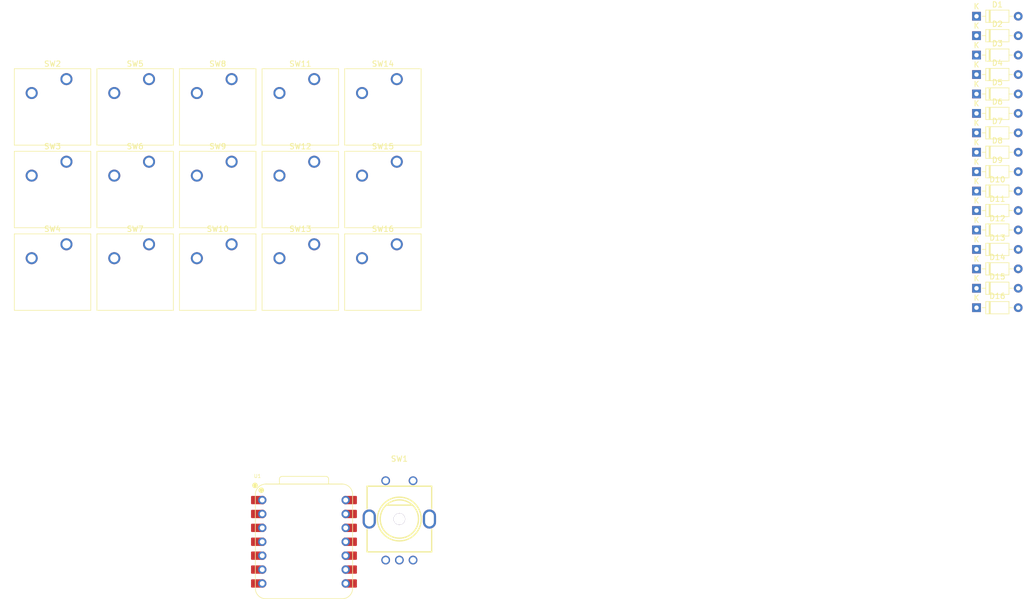
<source format=kicad_pcb>
(kicad_pcb (version 20240108) (generator "pcbnew") (generator_version "8.0")
  (layers (0 "F.Cu" signal) (31 "B.Cu" signal) (34 "B.Paste" user) (35 "F.Paste" user) (36 "B.SilkS" user "B.Silkscreen") (37 "F.SilkS" user "F.Silkscreen") (38 "B.Mask" user) (39 "F.Mask" user) (44 "Edge.Cuts" user))
  (net 0 "")
  (net 1 "Net-(D1-A)")
  (net 2 "GND")
  (net 3 "R1")
  (net 4 "Net-(D2-A)")
  (net 5 "Net-(D3-A)")
  (net 6 "Net-(D4-A)")
  (net 7 "Net-(D5-A)")
  (net 8 "R2")
  (net 9 "Net-(D6-A)")
  (net 10 "Net-(D7-A)")
  (net 11 "+3.3V")
  (net 12 "+5V")
  (net 13 "Net-(D8-A)")
  (net 14 "Net-(D9-A)")
  (net 15 "R3")
  (net 16 "Net-(D10-A)")
  (net 17 "Net-(D11-A)")
  (net 18 "Net-(D12-A)")
  (net 19 "R4")
  (net 20 "Net-(D13-A)")
  (net 21 "Net-(D14-A)")
  (net 22 "Net-(D15-A)")
  (net 23 "Net-(D16-A)")
  (net 24 "A")
  (net 25 "B")
  (net 26 "C2")
  (net 27 "C3")
  (net 28 "C4")
  (net 29 "C1")
  (footprint "Diode_THT:D_DO-35_SOD27_P7.62mm_Horizontal" (layer "F.Cu") (at 198.88 36.3)
    (property "Reference" "D2" (at 3.81 -2.12 0) (layer "F.SilkS"))
    (property "Value" "1N4148")
    (fp_line (start 1.04 0) (end 1.69 0) (stroke (width 0.12)) (layer "F.SilkS"))
    (fp_line (start 1.69 -1.12) (end 1.69 1.12) (stroke (width 0.12)) (layer "F.SilkS"))
    (fp_line (start 1.69 1.12) (end 5.93 1.12) (stroke (width 0.12)) (layer "F.SilkS"))
    (fp_line (start 2.29 -1.12) (end 2.29 1.12) (stroke (width 0.12)) (layer "F.SilkS"))
    (fp_line (start 2.41 -1.12) (end 2.41 1.12) (stroke (width 0.12)) (layer "F.SilkS"))
    (fp_line (start 2.53 -1.12) (end 2.53 1.12) (stroke (width 0.12)) (layer "F.SilkS"))
    (fp_line (start 5.93 -1.12) (end 1.69 -1.12) (stroke (width 0.12)) (layer "F.SilkS"))
    (fp_line (start 5.93 1.12) (end 5.93 -1.12) (stroke (width 0.12)) (layer "F.SilkS"))
    (fp_line (start 6.58 0) (end 5.93 0) (stroke (width 0.12)) (layer "F.SilkS"))
    (fp_text user "K" (at 0 -1.8 0) (layer "F.SilkS"))
    (pad "1" thru_hole rect (at 0 0) (size 1.6 1.6) (drill 0.8) (layers "*.Cu" "*.Mask") (net 3 "R1"))
    (pad "2" thru_hole oval (at 7.62 0) (size 1.6 1.6) (drill 0.8) (layers "*.Cu" "*.Mask") (net 4 "Net-(D2-A)"))
  )
  (footprint "Button_Switch_Keyboard:SW_Cherry_MX_1.00u_PCB" (layer "F.Cu") (at 77.87 59.33)
    (property "Reference" "SW12" (at -2.54 -2.794 0) (layer "F.SilkS"))
    (property "Value" "SW_Push")
    (fp_line (start -9.525 -1.905) (end 4.445 -1.905) (stroke (width 0.12)) (layer "F.SilkS"))
    (fp_line (start -9.525 12.065) (end -9.525 -1.905) (stroke (width 0.12)) (layer "F.SilkS"))
    (fp_line (start 4.445 -1.905) (end 4.445 12.065) (stroke (width 0.12)) (layer "F.SilkS"))
    (fp_line (start 4.445 12.065) (end -9.525 12.065) (stroke (width 0.12)) (layer "F.SilkS"))
    (pad "" np_thru_hole circle (at -7.62 5.08) (size 1.7 1.7) (drill 1.7) (layers "*.Cu" "*.Mask"))
    (pad "" np_thru_hole circle (at -2.54 5.08) (size 4 4) (drill 4) (layers "*.Cu" "*.Mask"))
    (pad "" np_thru_hole circle (at 2.54 5.08) (size 1.7 1.7) (drill 1.7) (layers "*.Cu" "*.Mask"))
    (pad "1" thru_hole circle (at 0 0) (size 2.2 2.2) (drill 1.5) (layers "*.Cu" "*.Mask") (net 28 "C4"))
    (pad "2" thru_hole circle (at -6.35 2.54) (size 2.2 2.2) (drill 1.5) (layers "*.Cu" "*.Mask") (net 18 "Net-(D12-A)"))
  )
  (footprint "Diode_THT:D_DO-35_SOD27_P7.62mm_Horizontal" (layer "F.Cu") (at 198.88 82.45)
    (property "Reference" "D15" (at 3.81 -2.12 0) (layer "F.SilkS"))
    (property "Value" "1N4148")
    (fp_line (start 1.04 0) (end 1.69 0) (stroke (width 0.12)) (layer "F.SilkS"))
    (fp_line (start 1.69 -1.12) (end 1.69 1.12) (stroke (width 0.12)) (layer "F.SilkS"))
    (fp_line (start 1.69 1.12) (end 5.93 1.12) (stroke (width 0.12)) (layer "F.SilkS"))
    (fp_line (start 2.29 -1.12) (end 2.29 1.12) (stroke (width 0.12)) (layer "F.SilkS"))
    (fp_line (start 2.41 -1.12) (end 2.41 1.12) (stroke (width 0.12)) (layer "F.SilkS"))
    (fp_line (start 2.53 -1.12) (end 2.53 1.12) (stroke (width 0.12)) (layer "F.SilkS"))
    (fp_line (start 5.93 -1.12) (end 1.69 -1.12) (stroke (width 0.12)) (layer "F.SilkS"))
    (fp_line (start 5.93 1.12) (end 5.93 -1.12) (stroke (width 0.12)) (layer "F.SilkS"))
    (fp_line (start 6.58 0) (end 5.93 0) (stroke (width 0.12)) (layer "F.SilkS"))
    (fp_text user "K" (at 0 -1.8 0) (layer "F.SilkS"))
    (pad "1" thru_hole rect (at 0 0) (size 1.6 1.6) (drill 0.8) (layers "*.Cu" "*.Mask") (net 19 "R4"))
    (pad "2" thru_hole oval (at 7.62 0) (size 1.6 1.6) (drill 0.8) (layers "*.Cu" "*.Mask") (net 22 "Net-(D15-A)"))
  )
  (footprint "Diode_THT:D_DO-35_SOD27_P7.62mm_Horizontal" (layer "F.Cu") (at 198.88 78.9)
    (property "Reference" "D14" (at 3.81 -2.12 0) (layer "F.SilkS"))
    (property "Value" "1N4148")
    (fp_line (start 1.04 0) (end 1.69 0) (stroke (width 0.12)) (layer "F.SilkS"))
    (fp_line (start 1.69 -1.12) (end 1.69 1.12) (stroke (width 0.12)) (layer "F.SilkS"))
    (fp_line (start 1.69 1.12) (end 5.93 1.12) (stroke (width 0.12)) (layer "F.SilkS"))
    (fp_line (start 2.29 -1.12) (end 2.29 1.12) (stroke (width 0.12)) (layer "F.SilkS"))
    (fp_line (start 2.41 -1.12) (end 2.41 1.12) (stroke (width 0.12)) (layer "F.SilkS"))
    (fp_line (start 2.53 -1.12) (end 2.53 1.12) (stroke (width 0.12)) (layer "F.SilkS"))
    (fp_line (start 5.93 -1.12) (end 1.69 -1.12) (stroke (width 0.12)) (layer "F.SilkS"))
    (fp_line (start 5.93 1.12) (end 5.93 -1.12) (stroke (width 0.12)) (layer "F.SilkS"))
    (fp_line (start 6.58 0) (end 5.93 0) (stroke (width 0.12)) (layer "F.SilkS"))
    (fp_text user "K" (at 0 -1.8 0) (layer "F.SilkS"))
    (pad "1" thru_hole rect (at 0 0) (size 1.6 1.6) (drill 0.8) (layers "*.Cu" "*.Mask") (net 19 "R4"))
    (pad "2" thru_hole oval (at 7.62 0) (size 1.6 1.6) (drill 0.8) (layers "*.Cu" "*.Mask") (net 21 "Net-(D14-A)"))
  )
  (footprint "Diode_THT:D_DO-35_SOD27_P7.62mm_Horizontal" (layer "F.Cu") (at 198.88 46.95)
    (property "Reference" "D5" (at 3.81 -2.12 0) (layer "F.SilkS"))
    (property "Value" "1N4148")
    (fp_line (start 1.04 0) (end 1.69 0) (stroke (width 0.12)) (layer "F.SilkS"))
    (fp_line (start 1.69 -1.12) (end 1.69 1.12) (stroke (width 0.12)) (layer "F.SilkS"))
    (fp_line (start 1.69 1.12) (end 5.93 1.12) (stroke (width 0.12)) (layer "F.SilkS"))
    (fp_line (start 2.29 -1.12) (end 2.29 1.12) (stroke (width 0.12)) (layer "F.SilkS"))
    (fp_line (start 2.41 -1.12) (end 2.41 1.12) (stroke (width 0.12)) (layer "F.SilkS"))
    (fp_line (start 2.53 -1.12) (end 2.53 1.12) (stroke (width 0.12)) (layer "F.SilkS"))
    (fp_line (start 5.93 -1.12) (end 1.69 -1.12) (stroke (width 0.12)) (layer "F.SilkS"))
    (fp_line (start 5.93 1.12) (end 5.93 -1.12) (stroke (width 0.12)) (layer "F.SilkS"))
    (fp_line (start 6.58 0) (end 5.93 0) (stroke (width 0.12)) (layer "F.SilkS"))
    (fp_text user "K" (at 0 -1.8 0) (layer "F.SilkS"))
    (pad "1" thru_hole rect (at 0 0) (size 1.6 1.6) (drill 0.8) (layers "*.Cu" "*.Mask") (net 8 "R2"))
    (pad "2" thru_hole oval (at 7.62 0) (size 1.6 1.6) (drill 0.8) (layers "*.Cu" "*.Mask") (net 7 "Net-(D5-A)"))
  )
  (footprint "Diode_THT:D_DO-35_SOD27_P7.62mm_Horizontal" (layer "F.Cu") (at 198.88 50.5)
    (property "Reference" "D6" (at 3.81 -2.12 0) (layer "F.SilkS"))
    (property "Value" "1N4148")
    (fp_line (start 1.04 0) (end 1.69 0) (stroke (width 0.12)) (layer "F.SilkS"))
    (fp_line (start 1.69 -1.12) (end 1.69 1.12) (stroke (width 0.12)) (layer "F.SilkS"))
    (fp_line (start 1.69 1.12) (end 5.93 1.12) (stroke (width 0.12)) (layer "F.SilkS"))
    (fp_line (start 2.29 -1.12) (end 2.29 1.12) (stroke (width 0.12)) (layer "F.SilkS"))
    (fp_line (start 2.41 -1.12) (end 2.41 1.12) (stroke (width 0.12)) (layer "F.SilkS"))
    (fp_line (start 2.53 -1.12) (end 2.53 1.12) (stroke (width 0.12)) (layer "F.SilkS"))
    (fp_line (start 5.93 -1.12) (end 1.69 -1.12) (stroke (width 0.12)) (layer "F.SilkS"))
    (fp_line (start 5.93 1.12) (end 5.93 -1.12) (stroke (width 0.12)) (layer "F.SilkS"))
    (fp_line (start 6.58 0) (end 5.93 0) (stroke (width 0.12)) (layer "F.SilkS"))
    (fp_text user "K" (at 0 -1.8 0) (layer "F.SilkS"))
    (pad "1" thru_hole rect (at 0 0) (size 1.6 1.6) (drill 0.8) (layers "*.Cu" "*.Mask") (net 8 "R2"))
    (pad "2" thru_hole oval (at 7.62 0) (size 1.6 1.6) (drill 0.8) (layers "*.Cu" "*.Mask") (net 9 "Net-(D6-A)"))
  )
  (footprint "Button_Switch_Keyboard:SW_Cherry_MX_1.00u_PCB" (layer "F.Cu") (at 32.6 59.33)
    (property "Reference" "SW3" (at -2.54 -2.794 0) (layer "F.SilkS"))
    (property "Value" "SW_Push")
    (fp_line (start -9.525 -1.905) (end 4.445 -1.905) (stroke (width 0.12)) (layer "F.SilkS"))
    (fp_line (start -9.525 12.065) (end -9.525 -1.905) (stroke (width 0.12)) (layer "F.SilkS"))
    (fp_line (start 4.445 -1.905) (end 4.445 12.065) (stroke (width 0.12)) (layer "F.SilkS"))
    (fp_line (start 4.445 12.065) (end -9.525 12.065) (stroke (width 0.12)) (layer "F.SilkS"))
    (pad "" np_thru_hole circle (at -7.62 5.08) (size 1.7 1.7) (drill 1.7) (layers "*.Cu" "*.Mask"))
    (pad "" np_thru_hole circle (at -2.54 5.08) (size 4 4) (drill 4) (layers "*.Cu" "*.Mask"))
    (pad "" np_thru_hole circle (at 2.54 5.08) (size 1.7 1.7) (drill 1.7) (layers "*.Cu" "*.Mask"))
    (pad "1" thru_hole circle (at 0 0) (size 2.2 2.2) (drill 1.5) (layers "*.Cu" "*.Mask") (net 27 "C3"))
    (pad "2" thru_hole circle (at -6.35 2.54) (size 2.2 2.2) (drill 1.5) (layers "*.Cu" "*.Mask") (net 5 "Net-(D3-A)"))
  )
  (footprint "Diode_THT:D_DO-35_SOD27_P7.62mm_Horizontal" (layer "F.Cu") (at 198.88 71.8)
    (property "Reference" "D12" (at 3.81 -2.12 0) (layer "F.SilkS"))
    (property "Value" "1N4148")
    (fp_line (start 1.04 0) (end 1.69 0) (stroke (width 0.12)) (layer "F.SilkS"))
    (fp_line (start 1.69 -1.12) (end 1.69 1.12) (stroke (width 0.12)) (layer "F.SilkS"))
    (fp_line (start 1.69 1.12) (end 5.93 1.12) (stroke (width 0.12)) (layer "F.SilkS"))
    (fp_line (start 2.29 -1.12) (end 2.29 1.12) (stroke (width 0.12)) (layer "F.SilkS"))
    (fp_line (start 2.41 -1.12) (end 2.41 1.12) (stroke (width 0.12)) (layer "F.SilkS"))
    (fp_line (start 2.53 -1.12) (end 2.53 1.12) (stroke (width 0.12)) (layer "F.SilkS"))
    (fp_line (start 5.93 -1.12) (end 1.69 -1.12) (stroke (width 0.12)) (layer "F.SilkS"))
    (fp_line (start 5.93 1.12) (end 5.93 -1.12) (stroke (width 0.12)) (layer "F.SilkS"))
    (fp_line (start 6.58 0) (end 5.93 0) (stroke (width 0.12)) (layer "F.SilkS"))
    (fp_text user "K" (at 0 -1.8 0) (layer "F.SilkS"))
    (pad "1" thru_hole rect (at 0 0) (size 1.6 1.6) (drill 0.8) (layers "*.Cu" "*.Mask") (net 15 "R3"))
    (pad "2" thru_hole oval (at 7.62 0) (size 1.6 1.6) (drill 0.8) (layers "*.Cu" "*.Mask") (net 18 "Net-(D12-A)"))
  )
  (footprint "Button_Switch_Keyboard:SW_Cherry_MX_1.00u_PCB" (layer "F.Cu") (at 62.78 74.42)
    (property "Reference" "SW10" (at -2.54 -2.794 0) (layer "F.SilkS"))
    (property "Value" "SW_Push")
    (fp_line (start -9.525 -1.905) (end 4.445 -1.905) (stroke (width 0.12)) (layer "F.SilkS"))
    (fp_line (start -9.525 12.065) (end -9.525 -1.905) (stroke (width 0.12)) (layer "F.SilkS"))
    (fp_line (start 4.445 -1.905) (end 4.445 12.065) (stroke (width 0.12)) (layer "F.SilkS"))
    (fp_line (start 4.445 12.065) (end -9.525 12.065) (stroke (width 0.12)) (layer "F.SilkS"))
    (pad "" np_thru_hole circle (at -7.62 5.08) (size 1.7 1.7) (drill 1.7) (layers "*.Cu" "*.Mask"))
    (pad "" np_thru_hole circle (at -2.54 5.08) (size 4 4) (drill 4) (layers "*.Cu" "*.Mask"))
    (pad "" np_thru_hole circle (at 2.54 5.08) (size 1.7 1.7) (drill 1.7) (layers "*.Cu" "*.Mask"))
    (pad "1" thru_hole circle (at 0 0) (size 2.2 2.2) (drill 1.5) (layers "*.Cu" "*.Mask") (net 26 "C2"))
    (pad "2" thru_hole circle (at -6.35 2.54) (size 2.2 2.2) (drill 1.5) (layers "*.Cu" "*.Mask") (net 16 "Net-(D10-A)"))
  )
  (footprint "Diode_THT:D_DO-35_SOD27_P7.62mm_Horizontal" (layer "F.Cu") (at 198.88 64.7)
    (property "Reference" "D10" (at 3.81 -2.12 0) (layer "F.SilkS"))
    (property "Value" "1N4148")
    (fp_line (start 1.04 0) (end 1.69 0) (stroke (width 0.12)) (layer "F.SilkS"))
    (fp_line (start 1.69 -1.12) (end 1.69 1.12) (stroke (width 0.12)) (layer "F.SilkS"))
    (fp_line (start 1.69 1.12) (end 5.93 1.12) (stroke (width 0.12)) (layer "F.SilkS"))
    (fp_line (start 2.29 -1.12) (end 2.29 1.12) (stroke (width 0.12)) (layer "F.SilkS"))
    (fp_line (start 2.41 -1.12) (end 2.41 1.12) (stroke (width 0.12)) (layer "F.SilkS"))
    (fp_line (start 2.53 -1.12) (end 2.53 1.12) (stroke (width 0.12)) (layer "F.SilkS"))
    (fp_line (start 5.93 -1.12) (end 1.69 -1.12) (stroke (width 0.12)) (layer "F.SilkS"))
    (fp_line (start 5.93 1.12) (end 5.93 -1.12) (stroke (width 0.12)) (layer "F.SilkS"))
    (fp_line (start 6.58 0) (end 5.93 0) (stroke (width 0.12)) (layer "F.SilkS"))
    (fp_text user "K" (at 0 -1.8 0) (layer "F.SilkS"))
    (pad "1" thru_hole rect (at 0 0) (size 1.6 1.6) (drill 0.8) (layers "*.Cu" "*.Mask") (net 15 "R3"))
    (pad "2" thru_hole oval (at 7.62 0) (size 1.6 1.6) (drill 0.8) (layers "*.Cu" "*.Mask") (net 16 "Net-(D10-A)"))
  )
  (footprint "Button_Switch_Keyboard:SW_Cherry_MX_1.00u_PCB" (layer "F.Cu") (at 32.6 74.42)
    (property "Reference" "SW4" (at -2.54 -2.794 0) (layer "F.SilkS"))
    (property "Value" "SW_Push")
    (fp_line (start -9.525 -1.905) (end 4.445 -1.905) (stroke (width 0.12)) (layer "F.SilkS"))
    (fp_line (start -9.525 12.065) (end -9.525 -1.905) (stroke (width 0.12)) (layer "F.SilkS"))
    (fp_line (start 4.445 -1.905) (end 4.445 12.065) (stroke (width 0.12)) (layer "F.SilkS"))
    (fp_line (start 4.445 12.065) (end -9.525 12.065) (stroke (width 0.12)) (layer "F.SilkS"))
    (pad "" np_thru_hole circle (at -7.62 5.08) (size 1.7 1.7) (drill 1.7) (layers "*.Cu" "*.Mask"))
    (pad "" np_thru_hole circle (at -2.54 5.08) (size 4 4) (drill 4) (layers "*.Cu" "*.Mask"))
    (pad "" np_thru_hole circle (at 2.54 5.08) (size 1.7 1.7) (drill 1.7) (layers "*.Cu" "*.Mask"))
    (pad "1" thru_hole circle (at 0 0) (size 2.2 2.2) (drill 1.5) (layers "*.Cu" "*.Mask") (net 28 "C4"))
    (pad "2" thru_hole circle (at -6.35 2.54) (size 2.2 2.2) (drill 1.5) (layers "*.Cu" "*.Mask") (net 6 "Net-(D4-A)"))
  )
  (footprint "Diode_THT:D_DO-35_SOD27_P7.62mm_Horizontal" (layer "F.Cu") (at 198.88 75.35)
    (property "Reference" "D13" (at 3.81 -2.12 0) (layer "F.SilkS"))
    (property "Value" "1N4148")
    (fp_line (start 1.04 0) (end 1.69 0) (stroke (width 0.12)) (layer "F.SilkS"))
    (fp_line (start 1.69 -1.12) (end 1.69 1.12) (stroke (width 0.12)) (layer "F.SilkS"))
    (fp_line (start 1.69 1.12) (end 5.93 1.12) (stroke (width 0.12)) (layer "F.SilkS"))
    (fp_line (start 2.29 -1.12) (end 2.29 1.12) (stroke (width 0.12)) (layer "F.SilkS"))
    (fp_line (start 2.41 -1.12) (end 2.41 1.12) (stroke (width 0.12)) (layer "F.SilkS"))
    (fp_line (start 2.53 -1.12) (end 2.53 1.12) (stroke (width 0.12)) (layer "F.SilkS"))
    (fp_line (start 5.93 -1.12) (end 1.69 -1.12) (stroke (width 0.12)) (layer "F.SilkS"))
    (fp_line (start 5.93 1.12) (end 5.93 -1.12) (stroke (width 0.12)) (layer "F.SilkS"))
    (fp_line (start 6.58 0) (end 5.93 0) (stroke (width 0.12)) (layer "F.SilkS"))
    (fp_text user "K" (at 0 -1.8 0) (layer "F.SilkS"))
    (pad "1" thru_hole rect (at 0 0) (size 1.6 1.6) (drill 0.8) (layers "*.Cu" "*.Mask") (net 19 "R4"))
    (pad "2" thru_hole oval (at 7.62 0) (size 1.6 1.6) (drill 0.8) (layers "*.Cu" "*.Mask") (net 20 "Net-(D13-A)"))
  )
  (footprint "Button_Switch_Keyboard:SW_Cherry_MX_1.00u_PCB" (layer "F.Cu") (at 92.96 74.42)
    (property "Reference" "SW16" (at -2.54 -2.794 0) (layer "F.SilkS"))
    (property "Value" "SW_Push")
    (fp_line (start -9.525 -1.905) (end 4.445 -1.905) (stroke (width 0.12)) (layer "F.SilkS"))
    (fp_line (start -9.525 12.065) (end -9.525 -1.905) (stroke (width 0.12)) (layer "F.SilkS"))
    (fp_line (start 4.445 -1.905) (end 4.445 12.065) (stroke (width 0.12)) (layer "F.SilkS"))
    (fp_line (start 4.445 12.065) (end -9.525 12.065) (stroke (width 0.12)) (layer "F.SilkS"))
    (pad "" np_thru_hole circle (at -7.62 5.08) (size 1.7 1.7) (drill 1.7) (layers "*.Cu" "*.Mask"))
    (pad "" np_thru_hole circle (at -2.54 5.08) (size 4 4) (drill 4) (layers "*.Cu" "*.Mask"))
    (pad "" np_thru_hole circle (at 2.54 5.08) (size 1.7 1.7) (drill 1.7) (layers "*.Cu" "*.Mask"))
    (pad "1" thru_hole circle (at 0 0) (size 2.2 2.2) (drill 1.5) (layers "*.Cu" "*.Mask") (net 28 "C4"))
    (pad "2" thru_hole circle (at -6.35 2.54) (size 2.2 2.2) (drill 1.5) (layers "*.Cu" "*.Mask") (net 23 "Net-(D16-A)"))
  )
  (footprint "Diode_THT:D_DO-35_SOD27_P7.62mm_Horizontal" (layer "F.Cu") (at 198.88 61.15)
    (property "Reference" "D9" (at 3.81 -2.12 0) (layer "F.SilkS"))
    (property "Value" "1N4148")
    (fp_line (start 1.04 0) (end 1.69 0) (stroke (width 0.12)) (layer "F.SilkS"))
    (fp_line (start 1.69 -1.12) (end 1.69 1.12) (stroke (width 0.12)) (layer "F.SilkS"))
    (fp_line (start 1.69 1.12) (end 5.93 1.12) (stroke (width 0.12)) (layer "F.SilkS"))
    (fp_line (start 2.29 -1.12) (end 2.29 1.12) (stroke (width 0.12)) (layer "F.SilkS"))
    (fp_line (start 2.41 -1.12) (end 2.41 1.12) (stroke (width 0.12)) (layer "F.SilkS"))
    (fp_line (start 2.53 -1.12) (end 2.53 1.12) (stroke (width 0.12)) (layer "F.SilkS"))
    (fp_line (start 5.93 -1.12) (end 1.69 -1.12) (stroke (width 0.12)) (layer "F.SilkS"))
    (fp_line (start 5.93 1.12) (end 5.93 -1.12) (stroke (width 0.12)) (layer "F.SilkS"))
    (fp_line (start 6.58 0) (end 5.93 0) (stroke (width 0.12)) (layer "F.SilkS"))
    (fp_text user "K" (at 0 -1.8 0) (layer "F.SilkS"))
    (pad "1" thru_hole rect (at 0 0) (size 1.6 1.6) (drill 0.8) (layers "*.Cu" "*.Mask") (net 15 "R3"))
    (pad "2" thru_hole oval (at 7.62 0) (size 1.6 1.6) (drill 0.8) (layers "*.Cu" "*.Mask") (net 14 "Net-(D9-A)"))
  )
  (footprint "Button_Switch_Keyboard:SW_Cherry_MX_1.00u_PCB" (layer "F.Cu") (at 92.96 59.33)
    (property "Reference" "SW15" (at -2.54 -2.794 0) (layer "F.SilkS"))
    (property "Value" "SW_Push")
    (fp_line (start -9.525 -1.905) (end 4.445 -1.905) (stroke (width 0.12)) (layer "F.SilkS"))
    (fp_line (start -9.525 12.065) (end -9.525 -1.905) (stroke (width 0.12)) (layer "F.SilkS"))
    (fp_line (start 4.445 -1.905) (end 4.445 12.065) (stroke (width 0.12)) (layer "F.SilkS"))
    (fp_line (start 4.445 12.065) (end -9.525 12.065) (stroke (width 0.12)) (layer "F.SilkS"))
    (pad "" np_thru_hole circle (at -7.62 5.08) (size 1.7 1.7) (drill 1.7) (layers "*.Cu" "*.Mask"))
    (pad "" np_thru_hole circle (at -2.54 5.08) (size 4 4) (drill 4) (layers "*.Cu" "*.Mask"))
    (pad "" np_thru_hole circle (at 2.54 5.08) (size 1.7 1.7) (drill 1.7) (layers "*.Cu" "*.Mask"))
    (pad "1" thru_hole circle (at 0 0) (size 2.2 2.2) (drill 1.5) (layers "*.Cu" "*.Mask") (net 27 "C3"))
    (pad "2" thru_hole circle (at -6.35 2.54) (size 2.2 2.2) (drill 1.5) (layers "*.Cu" "*.Mask") (net 22 "Net-(D15-A)"))
  )
  (footprint "Button_Switch_Keyboard:SW_Cherry_MX_1.00u_PCB" (layer "F.Cu") (at 47.69 59.33)
    (property "Reference" "SW6" (at -2.54 -2.794 0) (layer "F.SilkS"))
    (property "Value" "SW_Push")
    (fp_line (start -9.525 -1.905) (end 4.445 -1.905) (stroke (width 0.12)) (layer "F.SilkS"))
    (fp_line (start -9.525 12.065) (end -9.525 -1.905) (stroke (width 0.12)) (layer "F.SilkS"))
    (fp_line (start 4.445 -1.905) (end 4.445 12.065) (stroke (width 0.12)) (layer "F.SilkS"))
    (fp_line (start 4.445 12.065) (end -9.525 12.065) (stroke (width 0.12)) (layer "F.SilkS"))
    (pad "" np_thru_hole circle (at -7.62 5.08) (size 1.7 1.7) (drill 1.7) (layers "*.Cu" "*.Mask"))
    (pad "" np_thru_hole circle (at -2.54 5.08) (size 4 4) (drill 4) (layers "*.Cu" "*.Mask"))
    (pad "" np_thru_hole circle (at 2.54 5.08) (size 1.7 1.7) (drill 1.7) (layers "*.Cu" "*.Mask"))
    (pad "1" thru_hole circle (at 0 0) (size 2.2 2.2) (drill 1.5) (layers "*.Cu" "*.Mask") (net 26 "C2"))
    (pad "2" thru_hole circle (at -6.35 2.54) (size 2.2 2.2) (drill 1.5) (layers "*.Cu" "*.Mask") (net 9 "Net-(D6-A)"))
  )
  (footprint "Button_Switch_Keyboard:SW_Cherry_MX_1.00u_PCB" (layer "F.Cu") (at 77.87 44.24)
    (property "Reference" "SW11" (at -2.54 -2.794 0) (layer "F.SilkS"))
    (property "Value" "SW_Push")
    (fp_line (start -9.525 -1.905) (end 4.445 -1.905) (stroke (width 0.12)) (layer "F.SilkS"))
    (fp_line (start -9.525 12.065) (end -9.525 -1.905) (stroke (width 0.12)) (layer "F.SilkS"))
    (fp_line (start 4.445 -1.905) (end 4.445 12.065) (stroke (width 0.12)) (layer "F.SilkS"))
    (fp_line (start 4.445 12.065) (end -9.525 12.065) (stroke (width 0.12)) (layer "F.SilkS"))
    (pad "" np_thru_hole circle (at -7.62 5.08) (size 1.7 1.7) (drill 1.7) (layers "*.Cu" "*.Mask"))
    (pad "" np_thru_hole circle (at -2.54 5.08) (size 4 4) (drill 4) (layers "*.Cu" "*.Mask"))
    (pad "" np_thru_hole circle (at 2.54 5.08) (size 1.7 1.7) (drill 1.7) (layers "*.Cu" "*.Mask"))
    (pad "1" thru_hole circle (at 0 0) (size 2.2 2.2) (drill 1.5) (layers "*.Cu" "*.Mask") (net 27 "C3"))
    (pad "2" thru_hole circle (at -6.35 2.54) (size 2.2 2.2) (drill 1.5) (layers "*.Cu" "*.Mask") (net 17 "Net-(D11-A)"))
  )
  (footprint "Diode_THT:D_DO-35_SOD27_P7.62mm_Horizontal" (layer "F.Cu") (at 198.88 86)
    (property "Reference" "D16" (at 3.81 -2.12 0) (layer "F.SilkS"))
    (property "Value" "1N4148")
    (fp_line (start 1.04 0) (end 1.69 0) (stroke (width 0.12)) (layer "F.SilkS"))
    (fp_line (start 1.69 -1.12) (end 1.69 1.12) (stroke (width 0.12)) (layer "F.SilkS"))
    (fp_line (start 1.69 1.12) (end 5.93 1.12) (stroke (width 0.12)) (layer "F.SilkS"))
    (fp_line (start 2.29 -1.12) (end 2.29 1.12) (stroke (width 0.12)) (layer "F.SilkS"))
    (fp_line (start 2.41 -1.12) (end 2.41 1.12) (stroke (width 0.12)) (layer "F.SilkS"))
    (fp_line (start 2.53 -1.12) (end 2.53 1.12) (stroke (width 0.12)) (layer "F.SilkS"))
    (fp_line (start 5.93 -1.12) (end 1.69 -1.12) (stroke (width 0.12)) (layer "F.SilkS"))
    (fp_line (start 5.93 1.12) (end 5.93 -1.12) (stroke (width 0.12)) (layer "F.SilkS"))
    (fp_line (start 6.58 0) (end 5.93 0) (stroke (width 0.12)) (layer "F.SilkS"))
    (fp_text user "K" (at 0 -1.8 0) (layer "F.SilkS"))
    (pad "1" thru_hole rect (at 0 0) (size 1.6 1.6) (drill 0.8) (layers "*.Cu" "*.Mask") (net 19 "R4"))
    (pad "2" thru_hole oval (at 7.62 0) (size 1.6 1.6) (drill 0.8) (layers "*.Cu" "*.Mask") (net 23 "Net-(D16-A)"))
  )
  (footprint "easyeda2kicad:SW-TH_EC11G1534414" (layer "F.Cu") (at 93.429 124.864)
    (property "Reference" "SW1" (at 0 -11.25 0) (layer "F.SilkS"))
    (property "Value" "RotaryEncoder_Switch")
    (fp_line (start -5.9 -6.25) (end -5.9 -2.17) (stroke (width 0.25)) (layer "F.SilkS"))
    (fp_line (start -5.9 -6.25) (end 5.9 -6.25) (stroke (width 0.25)) (layer "F.SilkS"))
    (fp_line (start -5.9 1.67) (end -5.9 5.68) (stroke (width 0.25)) (layer "F.SilkS"))
    (fp_line (start -5.9 5.75) (end 5.9 5.75) (stroke (width 0.25)) (layer "F.SilkS"))
    (fp_line (start -2.41 -2.79) (end 2.32 -2.79) (stroke (width 0.25)) (layer "F.SilkS"))
    (fp_line (start 5.9 -6.25) (end 5.9 -2.17) (stroke (width 0.25)) (layer "F.SilkS"))
    (fp_line (start 5.9 1.67) (end 5.9 5.75) (stroke (width 0.25)) (layer "F.SilkS"))
    (fp_circle (center 0 -0.25) (end 3.5 -0.25) (stroke (width 0.25)) (fill none) (layer "F.SilkS"))
    (fp_circle (center 0 -0.25) (end 4 -0.25) (stroke (width 0.25)) (fill none) (layer "F.SilkS"))
    (pad "" thru_hole circle (at 0 -0.25) (size 2.1 2.1) (drill 2.1) (layers "*.Cu" "*.Mask"))
    (pad "6" thru_hole oval (at -5.5 -0.25 180) (size 2.4 3.5) (drill oval 1.599997 2.70002) (layers "*.Cu" "*.Mask"))
    (pad "7" thru_hole oval (at 5.5 -0.25) (size 2.4 3.5) (drill oval 1.599997 2.70002) (layers "*.Cu" "*.Mask"))
    (pad "A" thru_hole circle (at -2.5 7.25) (size 1.6 1.6) (drill 1.100023) (layers "*.Cu" "*.Mask") (net 24 "A"))
    (pad "B" thru_hole circle (at 2.5 7.25) (size 1.6 1.6) (drill 1.100023) (layers "*.Cu" "*.Mask") (net 25 "B"))
    (pad "C" thru_hole circle (at 0 7.25) (size 1.6 1.6) (drill 1.100023) (layers "*.Cu" "*.Mask") (net 2 "GND"))
    (pad "D" thru_hole circle (at -2.5 -7.25) (size 1.6 1.6) (drill 1.100023) (layers "*.Cu" "*.Mask"))
    (pad "E" thru_hole circle (at 2.5 -7.25) (size 1.6 1.6) (drill 1.100023) (layers "*.Cu" "*.Mask"))
  )
  (footprint "Diode_THT:D_DO-35_SOD27_P7.62mm_Horizontal" (layer "F.Cu") (at 198.88 54.05)
    (property "Reference" "D7" (at 3.81 -2.12 0) (layer "F.SilkS"))
    (property "Value" "1N4148")
    (fp_line (start 1.04 0) (end 1.69 0) (stroke (width 0.12)) (layer "F.SilkS"))
    (fp_line (start 1.69 -1.12) (end 1.69 1.12) (stroke (width 0.12)) (layer "F.SilkS"))
    (fp_line (start 1.69 1.12) (end 5.93 1.12) (stroke (width 0.12)) (layer "F.SilkS"))
    (fp_line (start 2.29 -1.12) (end 2.29 1.12) (stroke (width 0.12)) (layer "F.SilkS"))
    (fp_line (start 2.41 -1.12) (end 2.41 1.12) (stroke (width 0.12)) (layer "F.SilkS"))
    (fp_line (start 2.53 -1.12) (end 2.53 1.12) (stroke (width 0.12)) (layer "F.SilkS"))
    (fp_line (start 5.93 -1.12) (end 1.69 -1.12) (stroke (width 0.12)) (layer "F.SilkS"))
    (fp_line (start 5.93 1.12) (end 5.93 -1.12) (stroke (width 0.12)) (layer "F.SilkS"))
    (fp_line (start 6.58 0) (end 5.93 0) (stroke (width 0.12)) (layer "F.SilkS"))
    (fp_text user "K" (at 0 -1.8 0) (layer "F.SilkS"))
    (pad "1" thru_hole rect (at 0 0) (size 1.6 1.6) (drill 0.8) (layers "*.Cu" "*.Mask") (net 8 "R2"))
    (pad "2" thru_hole oval (at 7.62 0) (size 1.6 1.6) (drill 0.8) (layers "*.Cu" "*.Mask") (net 10 "Net-(D7-A)"))
  )
  (footprint "Seeed Studio XIAO Series Library:XIAO-RP2040-DIP" (layer "F.Cu") (at 76 128.7685)
    (property "Reference" "U1" (at -8.5 -12 0) (layer "F.SilkS") (effects (font (size 0.635 0.635) (thickness 0.1016))))
    (property "Value" "MOUDLE-SEEEDUINO-XIAO")
    (fp_line (start -8.89 8.509) (end -8.89 -8.636) (stroke (width 0.127)) (layer "F.SilkS"))
    (fp_line (start -6.985 10.414) (end 6.985 10.414) (stroke (width 0.127)) (layer "F.SilkS"))
    (fp_line (start -4.495 -10.541) (end -4.491272 -11.451272) (stroke (width 0.127)) (layer "F.SilkS"))
    (fp_line (start -3.991272 -11.951) (end 4.004 -11.951) (stroke (width 0.127)) (layer "F.SilkS"))
    (fp_line (start 4.504 -11.451) (end 4.504 -10.541) (stroke (width 0.127)) (layer "F.SilkS"))
    (fp_line (start 6.985 -10.541) (end -6.985 -10.541) (stroke (width 0.1)) (layer "F.SilkS"))
    (fp_line (start 6.985 -10.541) (end -6.985 -10.541) (stroke (width 0.127)) (layer "F.SilkS"))
    (fp_line (start 8.89 8.509) (end 8.89 -8.636) (stroke (width 0.127)) (layer "F.SilkS"))
    (fp_arc (start -8.89 -8.636) (mid -8.332038 -9.983038) (end -6.985 -10.541) (stroke (width 0.127)) (layer "F.SilkS"))
    (fp_arc (start -6.985 10.414) (mid -8.332038 9.856038) (end -8.89 8.509) (stroke (width 0.127)) (layer "F.SilkS"))
    (fp_arc (start -4.491272 -11.451272) (mid -4.344724 -11.804644) (end -3.991272 -11.951) (stroke (width 0.127)) (layer "F.SilkS"))
    (fp_arc (start 4.004 -11.951) (mid 4.357553 -11.804553) (end 4.504 -11.451) (stroke (width 0.127)) (layer "F.SilkS"))
    (fp_arc (start 6.985 -10.541) (mid 8.332038 -9.983038) (end 8.89 -8.636) (stroke (width 0.127)) (layer "F.SilkS"))
    (fp_arc (start 8.89 8.509) (mid 8.332038 9.856038) (end 6.985 10.414) (stroke (width 0.127)) (layer "F.SilkS"))
    (fp_circle (center -8.95 -10.3) (end -8.95 -10.554) (stroke (width 0.5)) (fill solid) (layer "F.SilkS"))
    (fp_circle (center -7.807 -9.42) (end -7.807 -9.674) (stroke (width 0.5)) (fill solid) (layer "F.SilkS"))
    (pad "1" smd roundrect (at -8.455 -7.62 180) (size 2.432 1.524) (layers "F.Cu" "F.Mask") (roundrect_rratio 0.1) (net 3 "R1"))
    (pad "1" thru_hole circle (at -7.62 -7.62 180) (size 1.524 1.524) (drill 0.889) (layers "*.Cu" "*.Mask") (net 3 "R1"))
    (pad "2" smd roundrect (at -8.455 -5.08 180) (size 2.432 1.524) (layers "F.Cu" "F.Mask") (roundrect_rratio 0.1) (net 8 "R2"))
    (pad "2" thru_hole circle (at -7.62 -5.08 180) (size 1.524 1.524) (drill 0.889) (layers "*.Cu" "*.Mask") (net 8 "R2"))
    (pad "3" smd roundrect (at -8.455 -2.54 180) (size 2.432 1.524) (layers "F.Cu" "F.Mask") (roundrect_rratio 0.1) (net 15 "R3"))
    (pad "3" thru_hole circle (at -7.62 -2.54 180) (size 1.524 1.524) (drill 0.889) (layers "*.Cu" "*.Mask") (net 15 "R3"))
    (pad "4" smd roundrect (at -8.455 0 180) (size 2.432 1.524) (layers "F.Cu" "F.Mask") (roundrect_rratio 0.1) (net 19 "R4"))
    (pad "4" thru_hole circle (at -7.62 0 180) (size 1.524 1.524) (drill 0.889) (layers "*.Cu" "*.Mask") (net 19 "R4"))
    (pad "5" smd roundrect (at -8.455 2.54 180) (size 2.432 1.524) (layers "F.Cu" "F.Mask") (roundrect_rratio 0.1) (net 24 "A"))
    (pad "5" thru_hole circle (at -7.62 2.54 180) (size 1.524 1.524) (drill 0.889) (layers "*.Cu" "*.Mask") (net 24 "A"))
    (pad "6" smd roundrect (at -8.455 5.08 180) (size 2.432 1.524) (layers "F.Cu" "F.Mask") (roundrect_rratio 0.1) (net 25 "B"))
    (pad "6" thru_hole circle (at -7.62 5.08 180) (size 1.524 1.524) (drill 0.889) (layers "*.Cu" "*.Mask") (net 25 "B"))
    (pad "7" smd roundrect (at -8.455 7.62 180) (size 2.432 1.524) (layers "F.Cu" "F.Mask") (roundrect_rratio 0.1))
    (pad "7" thru_hole circle (at -7.62 7.62 180) (size 1.524 1.524) (drill 0.889) (layers "*.Cu" "*.Mask"))
    (pad "8" thru_hole circle (at 7.62 7.62) (size 1.524 1.524) (drill 0.889) (layers "*.Cu" "*.Mask") (net 28 "C4"))
    (pad "8" smd roundrect (at 8.455 7.62) (size 2.432 1.524) (layers "F.Cu" "F.Mask") (roundrect_rratio 0.1) (net 28 "C4"))
    (pad "9" thru_hole circle (at 7.62 5.08) (size 1.524 1.524) (drill 0.889) (layers "*.Cu" "*.Mask") (net 27 "C3"))
    (pad "9" smd roundrect (at 8.455 5.08) (size 2.432 1.524) (layers "F.Cu" "F.Mask") (roundrect_rratio 0.1) (net 27 "C3"))
    (pad "10" thru_hole circle (at 7.62 2.54) (size 1.524 1.524) (drill 0.889) (layers "*.Cu" "*.Mask") (net 26 "C2"))
    (pad "10" smd roundrect (at 8.455 2.54) (size 2.432 1.524) (layers "F.Cu" "F.Mask") (roundrect_rratio 0.1) (net 26 "C2"))
    (pad "11" thru_hole circle (at 7.62 0) (size 1.524 1.524) (drill 0.889) (layers "*.Cu" "*.Mask") (net 29 "C1"))
    (pad "11" smd roundrect (at 8.455 0) (size 2.432 1.524) (layers "F.Cu" "F.Mask") (roundrect_rratio 0.1) (net 29 "C1"))
    (pad "12" thru_hole circle (at 7.62 -2.54) (size 1.524 1.524) (drill 0.889) (layers "*.Cu" "*.Mask") (net 11 "+3.3V"))
    (pad "12" smd roundrect (at 8.455 -2.54) (size 2.432 1.524) (layers "F.Cu" "F.Mask") (roundrect_rratio 0.1) (net 11 "+3.3V"))
    (pad "13" thru_hole circle (at 7.62 -5.08) (size 1.524 1.524) (drill 0.889) (layers "*.Cu" "*.Mask") (net 2 "GND"))
    (pad "13" smd roundrect (at 8.455 -5.08) (size 2.432 1.524) (layers "F.Cu" "F.Mask") (roundrect_rratio 0.1) (net 2 "GND"))
    (pad "14" thru_hole circle (at 7.62 -7.62) (size 1.524 1.524) (drill 0.889) (layers "*.Cu" "*.Mask") (net 12 "+5V"))
    (pad "14" smd roundrect (at 8.455 -7.62) (size 2.432 1.524) (layers "F.Cu" "F.Mask") (roundrect_rratio 0.1) (net 12 "+5V"))
  )
  (footprint "Diode_THT:D_DO-35_SOD27_P7.62mm_Horizontal" (layer "F.Cu") (at 198.88 32.75)
    (property "Reference" "D1" (at 3.81 -2.12 0) (layer "F.SilkS"))
    (property "Value" "1N4148")
    (fp_line (start 1.04 0) (end 1.69 0) (stroke (width 0.12)) (layer "F.SilkS"))
    (fp_line (start 1.69 -1.12) (end 1.69 1.12) (stroke (width 0.12)) (layer "F.SilkS"))
    (fp_line (start 1.69 1.12) (end 5.93 1.12) (stroke (width 0.12)) (layer "F.SilkS"))
    (fp_line (start 2.29 -1.12) (end 2.29 1.12) (stroke (width 0.12)) (layer "F.SilkS"))
    (fp_line (start 2.41 -1.12) (end 2.41 1.12) (stroke (width 0.12)) (layer "F.SilkS"))
    (fp_line (start 2.53 -1.12) (end 2.53 1.12) (stroke (width 0.12)) (layer "F.SilkS"))
    (fp_line (start 5.93 -1.12) (end 1.69 -1.12) (stroke (width 0.12)) (layer "F.SilkS"))
    (fp_line (start 5.93 1.12) (end 5.93 -1.12) (stroke (width 0.12)) (layer "F.SilkS"))
    (fp_line (start 6.58 0) (end 5.93 0) (stroke (width 0.12)) (layer "F.SilkS"))
    (fp_text user "K" (at 0 -1.8 0) (layer "F.SilkS"))
    (pad "1" thru_hole rect (at 0 0) (size 1.6 1.6) (drill 0.8) (layers "*.Cu" "*.Mask") (net 3 "R1"))
    (pad "2" thru_hole oval (at 7.62 0) (size 1.6 1.6) (drill 0.8) (layers "*.Cu" "*.Mask") (net 1 "Net-(D1-A)"))
  )
  (footprint "Diode_THT:D_DO-35_SOD27_P7.62mm_Horizontal" (layer "F.Cu") (at 198.88 68.25)
    (property "Reference" "D11" (at 3.81 -2.12 0) (layer "F.SilkS"))
    (property "Value" "1N4148")
    (fp_line (start 1.04 0) (end 1.69 0) (stroke (width 0.12)) (layer "F.SilkS"))
    (fp_line (start 1.69 -1.12) (end 1.69 1.12) (stroke (width 0.12)) (layer "F.SilkS"))
    (fp_line (start 1.69 1.12) (end 5.93 1.12) (stroke (width 0.12)) (layer "F.SilkS"))
    (fp_line (start 2.29 -1.12) (end 2.29 1.12) (stroke (width 0.12)) (layer "F.SilkS"))
    (fp_line (start 2.41 -1.12) (end 2.41 1.12) (stroke (width 0.12)) (layer "F.SilkS"))
    (fp_line (start 2.53 -1.12) (end 2.53 1.12) (stroke (width 0.12)) (layer "F.SilkS"))
    (fp_line (start 5.93 -1.12) (end 1.69 -1.12) (stroke (width 0.12)) (layer "F.SilkS"))
    (fp_line (start 5.93 1.12) (end 5.93 -1.12) (stroke (width 0.12)) (layer "F.SilkS"))
    (fp_line (start 6.58 0) (end 5.93 0) (stroke (width 0.12)) (layer "F.SilkS"))
    (fp_text user "K" (at 0 -1.8 0) (layer "F.SilkS"))
    (pad "1" thru_hole rect (at 0 0) (size 1.6 1.6) (drill 0.8) (layers "*.Cu" "*.Mask") (net 15 "R3"))
    (pad "2" thru_hole oval (at 7.62 0) (size 1.6 1.6) (drill 0.8) (layers "*.Cu" "*.Mask") (net 17 "Net-(D11-A)"))
  )
  (footprint "Button_Switch_Keyboard:SW_Cherry_MX_1.00u_PCB" (layer "F.Cu") (at 47.69 44.24)
    (property "Reference" "SW5" (at -2.54 -2.794 0) (layer "F.SilkS"))
    (property "Value" "SW_Push")
    (fp_line (start -9.525 -1.905) (end 4.445 -1.905) (stroke (width 0.12)) (layer "F.SilkS"))
    (fp_line (start -9.525 12.065) (end -9.525 -1.905) (stroke (width 0.12)) (layer "F.SilkS"))
    (fp_line (start 4.445 -1.905) (end 4.445 12.065) (stroke (width 0.12)) (layer "F.SilkS"))
    (fp_line (start 4.445 12.065) (end -9.525 12.065) (stroke (width 0.12)) (layer "F.SilkS"))
    (pad "" np_thru_hole circle (at -7.62 5.08) (size 1.7 1.7) (drill 1.7) (layers "*.Cu" "*.Mask"))
    (pad "" np_thru_hole circle (at -2.54 5.08) (size 4 4) (drill 4) (layers "*.Cu" "*.Mask"))
    (pad "" np_thru_hole circle (at 2.54 5.08) (size 1.7 1.7) (drill 1.7) (layers "*.Cu" "*.Mask"))
    (pad "1" thru_hole circle (at 0 0) (size 2.2 2.2) (drill 1.5) (layers "*.Cu" "*.Mask") (net 29 "C1"))
    (pad "2" thru_hole circle (at -6.35 2.54) (size 2.2 2.2) (drill 1.5) (layers "*.Cu" "*.Mask") (net 7 "Net-(D5-A)"))
  )
  (footprint "Button_Switch_Keyboard:SW_Cherry_MX_1.00u_PCB" (layer "F.Cu") (at 32.6 44.24)
    (property "Reference" "SW2" (at -2.54 -2.794 0) (layer "F.SilkS"))
    (property "Value" "SW_Push")
    (fp_line (start -9.525 -1.905) (end 4.445 -1.905) (stroke (width 0.12)) (layer "F.SilkS"))
    (fp_line (start -9.525 12.065) (end -9.525 -1.905) (stroke (width 0.12)) (layer "F.SilkS"))
    (fp_line (start 4.445 -1.905) (end 4.445 12.065) (stroke (width 0.12)) (layer "F.SilkS"))
    (fp_line (start 4.445 12.065) (end -9.525 12.065) (stroke (width 0.12)) (layer "F.SilkS"))
    (pad "" np_thru_hole circle (at -7.62 5.08) (size 1.7 1.7) (drill 1.7) (layers "*.Cu" "*.Mask"))
    (pad "" np_thru_hole circle (at -2.54 5.08) (size 4 4) (drill 4) (layers "*.Cu" "*.Mask"))
    (pad "" np_thru_hole circle (at 2.54 5.08) (size 1.7 1.7) (drill 1.7) (layers "*.Cu" "*.Mask"))
    (pad "1" thru_hole circle (at 0 0) (size 2.2 2.2) (drill 1.5) (layers "*.Cu" "*.Mask") (net 26 "C2"))
    (pad "2" thru_hole circle (at -6.35 2.54) (size 2.2 2.2) (drill 1.5) (layers "*.Cu" "*.Mask") (net 4 "Net-(D2-A)"))
  )
  (footprint "Button_Switch_Keyboard:SW_Cherry_MX_1.00u_PCB" (layer "F.Cu") (at 92.96 44.24)
    (property "Reference" "SW14" (at -2.54 -2.794 0) (layer "F.SilkS"))
    (property "Value" "SW_Push")
    (fp_line (start -9.525 -1.905) (end 4.445 -1.905) (stroke (width 0.12)) (layer "F.SilkS"))
    (fp_line (start -9.525 12.065) (end -9.525 -1.905) (stroke (width 0.12)) (layer "F.SilkS"))
    (fp_line (start 4.445 -1.905) (end 4.445 12.065) (stroke (width 0.12)) (layer "F.SilkS"))
    (fp_line (start 4.445 12.065) (end -9.525 12.065) (stroke (width 0.12)) (layer "F.SilkS"))
    (pad "" np_thru_hole circle (at -7.62 5.08) (size 1.7 1.7) (drill 1.7) (layers "*.Cu" "*.Mask"))
    (pad "" np_thru_hole circle (at -2.54 5.08) (size 4 4) (drill 4) (layers "*.Cu" "*.Mask"))
    (pad "" np_thru_hole circle (at 2.54 5.08) (size 1.7 1.7) (drill 1.7) (layers "*.Cu" "*.Mask"))
    (pad "1" thru_hole circle (at 0 0) (size 2.2 2.2) (drill 1.5) (layers "*.Cu" "*.Mask") (net 26 "C2"))
    (pad "2" thru_hole circle (at -6.35 2.54) (size 2.2 2.2) (drill 1.5) (layers "*.Cu" "*.Mask") (net 21 "Net-(D14-A)"))
  )
  (footprint "Button_Switch_Keyboard:SW_Cherry_MX_1.00u_PCB" (layer "F.Cu") (at 47.69 74.42)
    (property "Reference" "SW7" (at -2.54 -2.794 0) (layer "F.SilkS"))
    (property "Value" "SW_Push")
    (fp_line (start -9.525 -1.905) (end 4.445 -1.905) (stroke (width 0.12)) (layer "F.SilkS"))
    (fp_line (start -9.525 12.065) (end -9.525 -1.905) (stroke (width 0.12)) (layer "F.SilkS"))
    (fp_line (start 4.445 -1.905) (end 4.445 12.065) (stroke (width 0.12)) (layer "F.SilkS"))
    (fp_line (start 4.445 12.065) (end -9.525 12.065) (stroke (width 0.12)) (layer "F.SilkS"))
    (pad "" np_thru_hole circle (at -7.62 5.08) (size 1.7 1.7) (drill 1.7) (layers "*.Cu" "*.Mask"))
    (pad "" np_thru_hole circle (at -2.54 5.08) (size 4 4) (drill 4) (layers "*.Cu" "*.Mask"))
    (pad "" np_thru_hole circle (at 2.54 5.08) (size 1.7 1.7) (drill 1.7) (layers "*.Cu" "*.Mask"))
    (pad "1" thru_hole circle (at 0 0) (size 2.2 2.2) (drill 1.5) (layers "*.Cu" "*.Mask") (net 27 "C3"))
    (pad "2" thru_hole circle (at -6.35 2.54) (size 2.2 2.2) (drill 1.5) (layers "*.Cu" "*.Mask") (net 10 "Net-(D7-A)"))
  )
  (footprint "Diode_THT:D_DO-35_SOD27_P7.62mm_Horizontal" (layer "F.Cu") (at 198.88 57.6)
    (property "Reference" "D8" (at 3.81 -2.12 0) (layer "F.SilkS"))
    (property "Value" "1N4148")
    (fp_line (start 1.04 0) (end 1.69 0) (stroke (width 0.12)) (layer "F.SilkS"))
    (fp_line (start 1.69 -1.12) (end 1.69 1.12) (stroke (width 0.12)) (layer "F.SilkS"))
    (fp_line (start 1.69 1.12) (end 5.93 1.12) (stroke (width 0.12)) (layer "F.SilkS"))
    (fp_line (start 2.29 -1.12) (end 2.29 1.12) (stroke (width 0.12)) (layer "F.SilkS"))
    (fp_line (start 2.41 -1.12) (end 2.41 1.12) (stroke (width 0.12)) (layer "F.SilkS"))
    (fp_line (start 2.53 -1.12) (end 2.53 1.12) (stroke (width 0.12)) (layer "F.SilkS"))
    (fp_line (start 5.93 -1.12) (end 1.69 -1.12) (stroke (width 0.12)) (layer "F.SilkS"))
    (fp_line (start 5.93 1.12) (end 5.93 -1.12) (stroke (width 0.12)) (layer "F.SilkS"))
    (fp_line (start 6.58 0) (end 5.93 0) (stroke (width 0.12)) (layer "F.SilkS"))
    (fp_text user "K" (at 0 -1.8 0) (layer "F.SilkS"))
    (pad "1" thru_hole rect (at 0 0) (size 1.6 1.6) (drill 0.8) (layers "*.Cu" "*.Mask") (net 8 "R2"))
    (pad "2" thru_hole oval (at 7.62 0) (size 1.6 1.6) (drill 0.8) (layers "*.Cu" "*.Mask") (net 13 "Net-(D8-A)"))
  )
  (footprint "Button_Switch_Keyboard:SW_Cherry_MX_1.00u_PCB" (layer "F.Cu") (at 62.78 44.24)
    (property "Reference" "SW8" (at -2.54 -2.794 0) (layer "F.SilkS"))
    (property "Value" "SW_Push")
    (fp_line (start -9.525 -1.905) (end 4.445 -1.905) (stroke (width 0.12)) (layer "F.SilkS"))
    (fp_line (start -9.525 12.065) (end -9.525 -1.905) (stroke (width 0.12)) (layer "F.SilkS"))
    (fp_line (start 4.445 -1.905) (end 4.445 12.065) (stroke (width 0.12)) (layer "F.SilkS"))
    (fp_line (start 4.445 12.065) (end -9.525 12.065) (stroke (width 0.12)) (layer "F.SilkS"))
    (pad "" np_thru_hole circle (at -7.62 5.08) (size 1.7 1.7) (drill 1.7) (layers "*.Cu" "*.Mask"))
    (pad "" np_thru_hole circle (at -2.54 5.08) (size 4 4) (drill 4) (layers "*.Cu" "*.Mask"))
    (pad "" np_thru_hole circle (at 2.54 5.08) (size 1.7 1.7) (drill 1.7) (layers "*.Cu" "*.Mask"))
    (pad "1" thru_hole circle (at 0 0) (size 2.2 2.2) (drill 1.5) (layers "*.Cu" "*.Mask") (net 28 "C4"))
    (pad "2" thru_hole circle (at -6.35 2.54) (size 2.2 2.2) (drill 1.5) (layers "*.Cu" "*.Mask") (net 13 "Net-(D8-A)"))
  )
  (footprint "Diode_THT:D_DO-35_SOD27_P7.62mm_Horizontal" (layer "F.Cu") (at 198.88 39.85)
    (property "Reference" "D3" (at 3.81 -2.12 0) (layer "F.SilkS"))
    (property "Value" "1N4148")
    (fp_line (start 1.04 0) (end 1.69 0) (stroke (width 0.12)) (layer "F.SilkS"))
    (fp_line (start 1.69 -1.12) (end 1.69 1.12) (stroke (width 0.12)) (layer "F.SilkS"))
    (fp_line (start 1.69 1.12) (end 5.93 1.12) (stroke (width 0.12)) (layer "F.SilkS"))
    (fp_line (start 2.29 -1.12) (end 2.29 1.12) (stroke (width 0.12)) (layer "F.SilkS"))
    (fp_line (start 2.41 -1.12) (end 2.41 1.12) (stroke (width 0.12)) (layer "F.SilkS"))
    (fp_line (start 2.53 -1.12) (end 2.53 1.12) (stroke (width 0.12)) (layer "F.SilkS"))
    (fp_line (start 5.93 -1.12) (end 1.69 -1.12) (stroke (width 0.12)) (layer "F.SilkS"))
    (fp_line (start 5.93 1.12) (end 5.93 -1.12) (stroke (width 0.12)) (layer "F.SilkS"))
    (fp_line (start 6.58 0) (end 5.93 0) (stroke (width 0.12)) (layer "F.SilkS"))
    (fp_text user "K" (at 0 -1.8 0) (layer "F.SilkS"))
    (pad "1" thru_hole rect (at 0 0) (size 1.6 1.6) (drill 0.8) (layers "*.Cu" "*.Mask") (net 3 "R1"))
    (pad "2" thru_hole oval (at 7.62 0) (size 1.6 1.6) (drill 0.8) (layers "*.Cu" "*.Mask") (net 5 "Net-(D3-A)"))
  )
  (footprint "Diode_THT:D_DO-35_SOD27_P7.62mm_Horizontal" (layer "F.Cu") (at 198.88 43.4)
    (property "Reference" "D4" (at 3.81 -2.12 0) (layer "F.SilkS"))
    (property "Value" "1N4148")
    (fp_line (start 1.04 0) (end 1.69 0) (stroke (width 0.12)) (layer "F.SilkS"))
    (fp_line (start 1.69 -1.12) (end 1.69 1.12) (stroke (width 0.12)) (layer "F.SilkS"))
    (fp_line (start 1.69 1.12) (end 5.93 1.12) (stroke (width 0.12)) (layer "F.SilkS"))
    (fp_line (start 2.29 -1.12) (end 2.29 1.12) (stroke (width 0.12)) (layer "F.SilkS"))
    (fp_line (start 2.41 -1.12) (end 2.41 1.12) (stroke (width 0.12)) (layer "F.SilkS"))
    (fp_line (start 2.53 -1.12) (end 2.53 1.12) (stroke (width 0.12)) (layer "F.SilkS"))
    (fp_line (start 5.93 -1.12) (end 1.69 -1.12) (stroke (width 0.12)) (layer "F.SilkS"))
    (fp_line (start 5.93 1.12) (end 5.93 -1.12) (stroke (width 0.12)) (layer "F.SilkS"))
    (fp_line (start 6.58 0) (end 5.93 0) (stroke (width 0.12)) (layer "F.SilkS"))
    (fp_text user "K" (at 0 -1.8 0) (layer "F.SilkS"))
    (pad "1" thru_hole rect (at 0 0) (size 1.6 1.6) (drill 0.8) (layers "*.Cu" "*.Mask") (net 3 "R1"))
    (pad "2" thru_hole oval (at 7.62 0) (size 1.6 1.6) (drill 0.8) (layers "*.Cu" "*.Mask") (net 6 "Net-(D4-A)"))
  )
  (footprint "Button_Switch_Keyboard:SW_Cherry_MX_1.00u_PCB" (layer "F.Cu") (at 62.78 59.33)
    (property "Reference" "SW9" (at -2.54 -2.794 0) (layer "F.SilkS"))
    (property "Value" "SW_Push")
    (fp_line (start -9.525 -1.905) (end 4.445 -1.905) (stroke (width 0.12)) (layer "F.SilkS"))
    (fp_line (start -9.525 12.065) (end -9.525 -1.905) (stroke (width 0.12)) (layer "F.SilkS"))
    (fp_line (start 4.445 -1.905) (end 4.445 12.065) (stroke (width 0.12)) (layer "F.SilkS"))
    (fp_line (start 4.445 12.065) (end -9.525 12.065) (stroke (width 0.12)) (layer "F.SilkS"))
    (pad "" np_thru_hole circle (at -7.62 5.08) (size 1.7 1.7) (drill 1.7) (layers "*.Cu" "*.Mask"))
    (pad "" np_thru_hole circle (at -2.54 5.08) (size 4 4) (drill 4) (layers "*.Cu" "*.Mask"))
    (pad "" np_thru_hole circle (at 2.54 5.08) (size 1.7 1.7) (drill 1.7) (layers "*.Cu" "*.Mask"))
    (pad "1" thru_hole circle (at 0 0) (size 2.2 2.2) (drill 1.5) (layers "*.Cu" "*.Mask") (net 29 "C1"))
    (pad "2" thru_hole circle (at -6.35 2.54) (size 2.2 2.2) (drill 1.5) (layers "*.Cu" "*.Mask") (net 14 "Net-(D9-A)"))
  )
  (footprint "Button_Switch_Keyboard:SW_Cherry_MX_1.00u_PCB" (layer "F.Cu") (at 77.87 74.42)
    (property "Reference" "SW13" (at -2.54 -2.794 0) (layer "F.SilkS"))
    (property "Value" "SW_Push")
    (fp_line (start -9.525 -1.905) (end 4.445 -1.905) (stroke (width 0.12)) (layer "F.SilkS"))
    (fp_line (start -9.525 12.065) (end -9.525 -1.905) (stroke (width 0.12)) (layer "F.SilkS"))
    (fp_line (start 4.445 -1.905) (end 4.445 12.065) (stroke (width 0.12)) (layer "F.SilkS"))
    (fp_line (start 4.445 12.065) (end -9.525 12.065) (stroke (width 0.12)) (layer "F.SilkS"))
    (pad "" np_thru_hole circle (at -7.62 5.08) (size 1.7 1.7) (drill 1.7) (layers "*.Cu" "*.Mask"))
    (pad "" np_thru_hole circle (at -2.54 5.08) (size 4 4) (drill 4) (layers "*.Cu" "*.Mask"))
    (pad "" np_thru_hole circle (at 2.54 5.08) (size 1.7 1.7) (drill 1.7) (layers "*.Cu" "*.Mask"))
    (pad "1" thru_hole circle (at 0 0) (size 2.2 2.2) (drill 1.5) (layers "*.Cu" "*.Mask") (net 29 "C1"))
    (pad "2" thru_hole circle (at -6.35 2.54) (size 2.2 2.2) (drill 1.5) (layers "*.Cu" "*.Mask") (net 20 "Net-(D13-A)"))
  )
)
</source>
